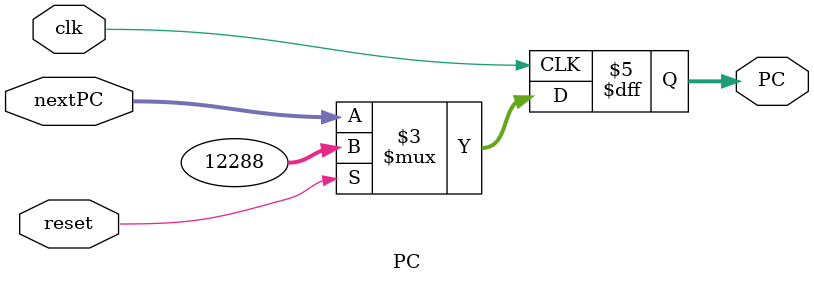
<source format=v>
`timescale 1ns / 1ps
module PC(
    input [31:0] nextPC,
    input clk,
    input reset,
    output reg [31:0] PC
    );

	always @(posedge clk)
		if (reset) PC <= 32'h0000_3000;
		else PC <= nextPC;

endmodule

</source>
